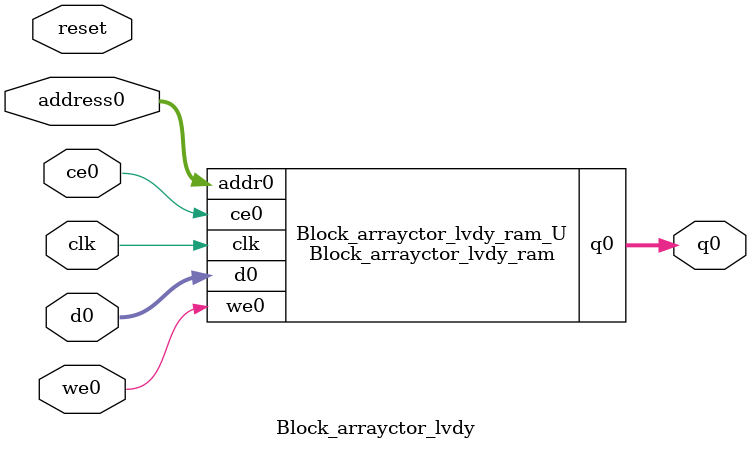
<source format=v>
`timescale 1 ns / 1 ps
module Block_arrayctor_lvdy_ram (addr0, ce0, d0, we0, q0,  clk);

parameter DWIDTH = 5;
parameter AWIDTH = 8;
parameter MEM_SIZE = 162;

input[AWIDTH-1:0] addr0;
input ce0;
input[DWIDTH-1:0] d0;
input we0;
output reg[DWIDTH-1:0] q0;
input clk;

(* ram_style = "distributed" *)reg [DWIDTH-1:0] ram[0:MEM_SIZE-1];




always @(posedge clk)  
begin 
    if (ce0) begin
        if (we0) 
            ram[addr0] <= d0; 
        q0 <= ram[addr0];
    end
end


endmodule

`timescale 1 ns / 1 ps
module Block_arrayctor_lvdy(
    reset,
    clk,
    address0,
    ce0,
    we0,
    d0,
    q0);

parameter DataWidth = 32'd5;
parameter AddressRange = 32'd162;
parameter AddressWidth = 32'd8;
input reset;
input clk;
input[AddressWidth - 1:0] address0;
input ce0;
input we0;
input[DataWidth - 1:0] d0;
output[DataWidth - 1:0] q0;



Block_arrayctor_lvdy_ram Block_arrayctor_lvdy_ram_U(
    .clk( clk ),
    .addr0( address0 ),
    .ce0( ce0 ),
    .we0( we0 ),
    .d0( d0 ),
    .q0( q0 ));

endmodule


</source>
